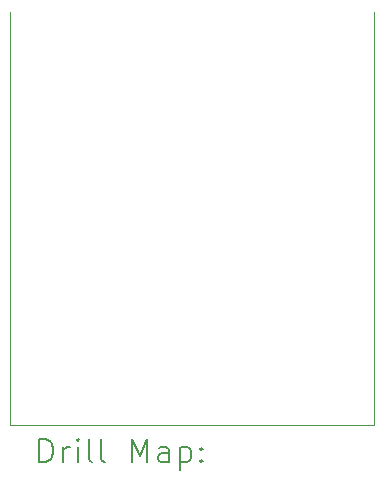
<source format=gbr>
%FSLAX45Y45*%
G04 Gerber Fmt 4.5, Leading zero omitted, Abs format (unit mm)*
G04 Created by KiCad (PCBNEW (6.0.4)) date 2023-05-30 12:56:30*
%MOMM*%
%LPD*%
G01*
G04 APERTURE LIST*
%TA.AperFunction,Profile*%
%ADD10C,0.100000*%
%TD*%
%ADD11C,0.200000*%
G04 APERTURE END LIST*
D10*
X12732500Y-7337500D02*
X12732500Y-10837500D01*
X15812500Y-10837500D02*
X12732500Y-10837500D01*
X15812500Y-7337500D02*
X15812500Y-10837500D01*
D11*
X12984119Y-11152976D02*
X12984119Y-10952976D01*
X13031738Y-10952976D01*
X13060309Y-10962500D01*
X13079357Y-10981548D01*
X13088881Y-11000595D01*
X13098405Y-11038690D01*
X13098405Y-11067262D01*
X13088881Y-11105357D01*
X13079357Y-11124405D01*
X13060309Y-11143452D01*
X13031738Y-11152976D01*
X12984119Y-11152976D01*
X13184119Y-11152976D02*
X13184119Y-11019643D01*
X13184119Y-11057738D02*
X13193643Y-11038690D01*
X13203167Y-11029167D01*
X13222214Y-11019643D01*
X13241262Y-11019643D01*
X13307928Y-11152976D02*
X13307928Y-11019643D01*
X13307928Y-10952976D02*
X13298405Y-10962500D01*
X13307928Y-10972024D01*
X13317452Y-10962500D01*
X13307928Y-10952976D01*
X13307928Y-10972024D01*
X13431738Y-11152976D02*
X13412690Y-11143452D01*
X13403167Y-11124405D01*
X13403167Y-10952976D01*
X13536500Y-11152976D02*
X13517452Y-11143452D01*
X13507928Y-11124405D01*
X13507928Y-10952976D01*
X13765071Y-11152976D02*
X13765071Y-10952976D01*
X13831738Y-11095833D01*
X13898405Y-10952976D01*
X13898405Y-11152976D01*
X14079357Y-11152976D02*
X14079357Y-11048214D01*
X14069833Y-11029167D01*
X14050786Y-11019643D01*
X14012690Y-11019643D01*
X13993643Y-11029167D01*
X14079357Y-11143452D02*
X14060309Y-11152976D01*
X14012690Y-11152976D01*
X13993643Y-11143452D01*
X13984119Y-11124405D01*
X13984119Y-11105357D01*
X13993643Y-11086310D01*
X14012690Y-11076786D01*
X14060309Y-11076786D01*
X14079357Y-11067262D01*
X14174595Y-11019643D02*
X14174595Y-11219643D01*
X14174595Y-11029167D02*
X14193643Y-11019643D01*
X14231738Y-11019643D01*
X14250786Y-11029167D01*
X14260309Y-11038690D01*
X14269833Y-11057738D01*
X14269833Y-11114881D01*
X14260309Y-11133929D01*
X14250786Y-11143452D01*
X14231738Y-11152976D01*
X14193643Y-11152976D01*
X14174595Y-11143452D01*
X14355548Y-11133929D02*
X14365071Y-11143452D01*
X14355548Y-11152976D01*
X14346024Y-11143452D01*
X14355548Y-11133929D01*
X14355548Y-11152976D01*
X14355548Y-11029167D02*
X14365071Y-11038690D01*
X14355548Y-11048214D01*
X14346024Y-11038690D01*
X14355548Y-11029167D01*
X14355548Y-11048214D01*
M02*

</source>
